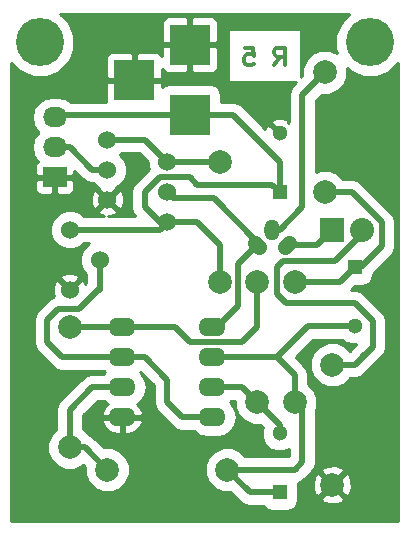
<source format=gbr>
G04 #@! TF.FileFunction,Copper,L2,Bot,Signal*
%FSLAX46Y46*%
G04 Gerber Fmt 4.6, Leading zero omitted, Abs format (unit mm)*
G04 Created by KiCad (PCBNEW (2015-09-10 BZR 6180)-product) date Tue 24 Nov 2015 01:24:48 PM EST*
%MOMM*%
G01*
G04 APERTURE LIST*
%ADD10C,0.100000*%
%ADD11C,0.300000*%
%ADD12R,1.300000X1.300000*%
%ADD13C,1.300000*%
%ADD14R,3.500120X3.500120*%
%ADD15R,2.032000X1.727200*%
%ADD16O,2.032000X1.727200*%
%ADD17R,2.032000X2.032000*%
%ADD18O,2.032000X2.032000*%
%ADD19O,1.300480X1.800860*%
%ADD20C,1.300480*%
%ADD21C,1.998980*%
%ADD22C,1.524000*%
%ADD23O,2.300000X1.600000*%
%ADD24C,4.064000*%
%ADD25C,0.508000*%
%ADD26C,0.254000*%
G04 APERTURE END LIST*
D10*
D11*
X24951428Y43771429D02*
X25451428Y44485714D01*
X25808571Y43771429D02*
X25808571Y45271429D01*
X25237143Y45271429D01*
X25094285Y45200000D01*
X25022857Y45128571D01*
X24951428Y44985714D01*
X24951428Y44771429D01*
X25022857Y44628571D01*
X25094285Y44557143D01*
X25237143Y44485714D01*
X25808571Y44485714D01*
X22451428Y45271429D02*
X23165714Y45271429D01*
X23237143Y44557143D01*
X23165714Y44628571D01*
X23022857Y44700000D01*
X22665714Y44700000D01*
X22522857Y44628571D01*
X22451428Y44557143D01*
X22380000Y44414286D01*
X22380000Y44057143D01*
X22451428Y43914286D01*
X22522857Y43842857D01*
X22665714Y43771429D01*
X23022857Y43771429D01*
X23165714Y43842857D01*
X23237143Y43914286D01*
D12*
X25400000Y33020000D03*
D13*
X25400000Y38020000D03*
D14*
X17780000Y39519860D03*
X17780000Y45519340D03*
X13081000Y42519600D03*
D15*
X6350000Y34290000D03*
D16*
X6350000Y36830000D03*
X6350000Y39370000D03*
D17*
X29845000Y29845000D03*
D18*
X32385000Y29845000D03*
D19*
X24765000Y29845000D03*
D20*
X23318089Y28751911D02*
X23671911Y28398089D01*
X25858089Y28398089D02*
X26211911Y28751911D01*
D21*
X20320000Y25400000D03*
X20320000Y35560000D03*
X7620000Y21590000D03*
X7620000Y11430000D03*
X23495000Y15240000D03*
X23495000Y25400000D03*
X20955000Y9525000D03*
X10795000Y9525000D03*
X26670000Y25400000D03*
X26670000Y15240000D03*
X29845000Y18415000D03*
X29845000Y8255000D03*
D22*
X10160000Y27305000D03*
X7620000Y29845000D03*
X7620000Y24765000D03*
D23*
X12065000Y21590000D03*
X12065000Y19050000D03*
X12065000Y16510000D03*
X12065000Y13970000D03*
X19685000Y13970000D03*
X19685000Y16510000D03*
X19685000Y19050000D03*
X19685000Y21590000D03*
D22*
X15875000Y33020000D03*
X15875000Y30480000D03*
X15875000Y35560000D03*
D21*
X29210000Y43180000D03*
X29210000Y33020000D03*
D12*
X25400000Y7620000D03*
D13*
X25400000Y12620000D03*
D12*
X31750000Y26670000D03*
D13*
X31750000Y21670000D03*
D24*
X5080000Y45720000D03*
X33020000Y45720000D03*
D22*
X10795000Y34925000D03*
X10795000Y32385000D03*
X10795000Y37465000D03*
D25*
X7620000Y29845000D02*
X15240000Y29845000D01*
X15240000Y29845000D02*
X15875000Y30480000D01*
X20320000Y25400000D02*
X20320000Y28575000D01*
X18415000Y30480000D02*
X15875000Y30480000D01*
X20320000Y28575000D02*
X18415000Y30480000D01*
X15875000Y30480000D02*
X15240000Y30480000D01*
X15240000Y30480000D02*
X13970000Y31750000D01*
X13970000Y31750000D02*
X13970000Y33020000D01*
X13970000Y33020000D02*
X15240000Y34290000D01*
X15240000Y34290000D02*
X17780000Y34290000D01*
X17780000Y34290000D02*
X18415000Y33655000D01*
X18415000Y33655000D02*
X20955000Y33655000D01*
X20955000Y33655000D02*
X22225000Y33655000D01*
X22225000Y33655000D02*
X24765000Y33655000D01*
X24765000Y33655000D02*
X25400000Y33020000D01*
X17780000Y39519860D02*
X6499860Y39519860D01*
X6499860Y39519860D02*
X6350000Y39370000D01*
X25400000Y33020000D02*
X25400000Y35560000D01*
X21440140Y39519860D02*
X17780000Y39519860D01*
X25400000Y35560000D02*
X21440140Y39519860D01*
X25400000Y12620000D02*
X25400000Y13335000D01*
X25400000Y13335000D02*
X23495000Y15240000D01*
X23495000Y15240000D02*
X23495000Y14605000D01*
X19685000Y16510000D02*
X22225000Y16510000D01*
X22225000Y16510000D02*
X23495000Y15240000D01*
X31750000Y21670000D02*
X27766000Y21670000D01*
X27766000Y21670000D02*
X25146000Y19050000D01*
X25400000Y7620000D02*
X22860000Y7620000D01*
X22860000Y7620000D02*
X20955000Y9525000D01*
X26035000Y9525000D02*
X26670000Y9525000D01*
X26670000Y9525000D02*
X27305000Y10160000D01*
X20955000Y9525000D02*
X26035000Y9525000D01*
X26670000Y15240000D02*
X26670000Y17526000D01*
X26670000Y17526000D02*
X25146000Y19050000D01*
X25146000Y19050000D02*
X19685000Y19050000D01*
X27305000Y10160000D02*
X27305000Y14605000D01*
X27305000Y14605000D02*
X26670000Y15240000D01*
X26670000Y15240000D02*
X26670000Y15875000D01*
X10795000Y34925000D02*
X9525000Y34925000D01*
X7620000Y36830000D02*
X6350000Y36830000D01*
X9525000Y34925000D02*
X7620000Y36830000D01*
X26035000Y28575000D02*
X28575000Y28575000D01*
X28575000Y28575000D02*
X29845000Y29845000D01*
D26*
X28575000Y28575000D02*
X29845000Y29845000D01*
D25*
X32385000Y29845000D02*
X32385000Y29464000D01*
X32385000Y29464000D02*
X30099000Y27178000D01*
X30099000Y27178000D02*
X29718000Y27178000D01*
X32385000Y29845000D02*
X32385000Y29337000D01*
X29845000Y18415000D02*
X31750000Y18415000D01*
X33020000Y19685000D02*
X32385000Y19050000D01*
X29718000Y27178000D02*
X25654000Y27178000D01*
X25654000Y27178000D02*
X25146000Y26670000D01*
X25146000Y26670000D02*
X25146000Y24384000D01*
X25146000Y24384000D02*
X25908000Y23622000D01*
X25908000Y23622000D02*
X28702000Y23622000D01*
X33274000Y22098000D02*
X33274000Y19939000D01*
X33274000Y19939000D02*
X32385000Y19050000D01*
X31750000Y23622000D02*
X33274000Y22098000D01*
X28702000Y23622000D02*
X31750000Y23622000D01*
X31750000Y18415000D02*
X33020000Y19685000D01*
X32385000Y29845000D02*
X32385000Y29083000D01*
X15875000Y35560000D02*
X13970000Y37465000D01*
X13970000Y37465000D02*
X10795000Y37465000D01*
X20320000Y35560000D02*
X15875000Y35560000D01*
X23495000Y28575000D02*
X23495000Y28829000D01*
X23495000Y28829000D02*
X19812000Y32512000D01*
X19812000Y32512000D02*
X16383000Y32512000D01*
X16383000Y32512000D02*
X15875000Y33020000D01*
X19685000Y21590000D02*
X20066000Y21590000D01*
X20066000Y21590000D02*
X21844000Y23368000D01*
X21844000Y23368000D02*
X21844000Y26924000D01*
X21844000Y26924000D02*
X23495000Y28575000D01*
X12065000Y21590000D02*
X16510000Y21590000D01*
X23495000Y21590000D02*
X23495000Y25400000D01*
X22225000Y20320000D02*
X23495000Y21590000D01*
X17780000Y20320000D02*
X22225000Y20320000D01*
X16510000Y21590000D02*
X17780000Y20320000D01*
X7620000Y21590000D02*
X12065000Y21590000D01*
X10795000Y9525000D02*
X8890000Y11430000D01*
X8890000Y11430000D02*
X7620000Y11430000D01*
X7620000Y11430000D02*
X8890000Y11430000D01*
X7620000Y11430000D02*
X7620000Y14605000D01*
X9525000Y16510000D02*
X12065000Y16510000D01*
X7620000Y14605000D02*
X9525000Y16510000D01*
X6350000Y22860000D02*
X6604000Y23114000D01*
X10160000Y24892000D02*
X10160000Y24765000D01*
X8382000Y23114000D02*
X10160000Y24892000D01*
X6604000Y23114000D02*
X8382000Y23114000D01*
X10160000Y27305000D02*
X10160000Y24765000D01*
X6985000Y19050000D02*
X12065000Y19050000D01*
X5715000Y20320000D02*
X6985000Y19050000D01*
X5715000Y22225000D02*
X5715000Y20320000D01*
X6350000Y22860000D02*
X5715000Y22225000D01*
X12065000Y19050000D02*
X13970000Y19050000D01*
X17145000Y13970000D02*
X19685000Y13970000D01*
X15875000Y15240000D02*
X17145000Y13970000D01*
X15875000Y17145000D02*
X15875000Y15240000D01*
X13970000Y19050000D02*
X15875000Y17145000D01*
X24765000Y29845000D02*
X25400000Y29845000D01*
X25400000Y29845000D02*
X27305000Y31750000D01*
X27305000Y31750000D02*
X27305000Y41275000D01*
X27305000Y41275000D02*
X29210000Y43180000D01*
X31750000Y26670000D02*
X32258000Y26670000D01*
X32258000Y26670000D02*
X34036000Y28448000D01*
X31496000Y33020000D02*
X29210000Y33020000D01*
X34036000Y30480000D02*
X31496000Y33020000D01*
X34036000Y28448000D02*
X34036000Y30480000D01*
X26670000Y25400000D02*
X30480000Y25400000D01*
X30480000Y25400000D02*
X31750000Y26670000D01*
X26670000Y25400000D02*
X26670000Y26035000D01*
D26*
G36*
X30545140Y47376774D02*
X30099508Y46303572D01*
X30098494Y45141526D01*
X30240958Y44796736D01*
X29587292Y45068162D01*
X28836004Y45068817D01*
X28141654Y44781918D01*
X27609949Y44251141D01*
X27321838Y43557292D01*
X27321272Y42907718D01*
X27204714Y42791160D01*
X27204714Y46839000D01*
X21055286Y46839000D01*
X21055286Y42361000D01*
X26774554Y42361000D01*
X26496777Y42083223D01*
X26249006Y41712407D01*
X26162000Y41275000D01*
X26162000Y38961608D01*
X26119410Y38919018D01*
X26063729Y39149611D01*
X25580922Y39317622D01*
X25070572Y39288083D01*
X24736271Y39149611D01*
X24680590Y38919016D01*
X25400000Y38199605D01*
X25414142Y38213748D01*
X25593748Y38034142D01*
X25579605Y38020000D01*
X25593748Y38005858D01*
X25414142Y37826252D01*
X25400000Y37840395D01*
X25385858Y37826252D01*
X25206252Y38005858D01*
X25220395Y38020000D01*
X24500984Y38739410D01*
X24270389Y38683729D01*
X24172892Y38403554D01*
X22248363Y40328083D01*
X21877547Y40575854D01*
X21440140Y40662860D01*
X20436476Y40662860D01*
X20436476Y41269920D01*
X20374487Y41599364D01*
X20179786Y41901937D01*
X19882707Y42104923D01*
X19530060Y42176336D01*
X16029940Y42176336D01*
X15700496Y42114347D01*
X15466060Y41963491D01*
X15466060Y42233850D01*
X15307310Y42392600D01*
X13208000Y42392600D01*
X13208000Y42372600D01*
X12954000Y42372600D01*
X12954000Y42392600D01*
X10854690Y42392600D01*
X10695940Y42233850D01*
X10695940Y40662860D01*
X7698800Y40662860D01*
X7210412Y40989191D01*
X6539721Y41122600D01*
X6160279Y41122600D01*
X5489588Y40989191D01*
X4921004Y40609275D01*
X4541088Y40040691D01*
X4407679Y39370000D01*
X4541088Y38699309D01*
X4921004Y38130725D01*
X4966987Y38100000D01*
X4921004Y38069275D01*
X4541088Y37500691D01*
X4407679Y36830000D01*
X4541088Y36159309D01*
X4901816Y35619442D01*
X4795673Y35513299D01*
X4699000Y35279910D01*
X4699000Y34575750D01*
X4857750Y34417000D01*
X6223000Y34417000D01*
X6223000Y34437000D01*
X6477000Y34437000D01*
X6477000Y34417000D01*
X7842250Y34417000D01*
X8001000Y34575750D01*
X8001000Y34832554D01*
X8716777Y34116777D01*
X9087593Y33869006D01*
X9525000Y33782000D01*
X9603175Y33782000D01*
X9858563Y33526166D01*
X10021189Y33458638D01*
X9994392Y33365213D01*
X10795000Y32564605D01*
X11595608Y33365213D01*
X11568886Y33458378D01*
X11728995Y33524534D01*
X12193834Y33988563D01*
X12445713Y34595155D01*
X12446286Y35251963D01*
X12195466Y35858995D01*
X11859868Y36195179D01*
X11986910Y36322000D01*
X13496554Y36322000D01*
X14224029Y35594525D01*
X14223714Y35233037D01*
X14323965Y34990411D01*
X13161777Y33828223D01*
X12914006Y33457407D01*
X12827000Y33020000D01*
X12827000Y31750000D01*
X12914006Y31312593D01*
X13130892Y30988000D01*
X10829931Y30988000D01*
X11142368Y31003638D01*
X11526143Y31162603D01*
X11595608Y31404787D01*
X10795000Y32205395D01*
X9994392Y31404787D01*
X10063857Y31162603D01*
X10553263Y30988000D01*
X8811825Y30988000D01*
X8556437Y31243834D01*
X7949845Y31495713D01*
X7293037Y31496286D01*
X6686005Y31245466D01*
X6221166Y30781437D01*
X5969287Y30174845D01*
X5968714Y29518037D01*
X6219534Y28911005D01*
X6683563Y28446166D01*
X7290155Y28194287D01*
X7946963Y28193714D01*
X8553995Y28444534D01*
X8811910Y28702000D01*
X9222533Y28702000D01*
X8761166Y28241437D01*
X8509287Y27634845D01*
X8508714Y26978037D01*
X8759534Y26371005D01*
X9017000Y26113090D01*
X9017000Y25365446D01*
X8931817Y25280263D01*
X8842397Y25496143D01*
X8600213Y25565608D01*
X7799605Y24765000D01*
X7813748Y24750858D01*
X7634143Y24571253D01*
X7620000Y24585395D01*
X7605858Y24571253D01*
X7426253Y24750858D01*
X7440395Y24765000D01*
X6639787Y25565608D01*
X6397603Y25496143D01*
X6210856Y24972698D01*
X6238638Y24417632D01*
X6327921Y24202084D01*
X6166593Y24169994D01*
X5795777Y23922223D01*
X4906777Y23033223D01*
X4659006Y22662407D01*
X4572000Y22225000D01*
X4572000Y20320000D01*
X4659006Y19882593D01*
X4906777Y19511777D01*
X6176777Y18241777D01*
X6547593Y17994006D01*
X6985000Y17907000D01*
X10446471Y17907000D01*
X10480751Y17855697D01*
X10594039Y17780000D01*
X10480751Y17704303D01*
X10446471Y17653000D01*
X9525000Y17653000D01*
X9087593Y17565994D01*
X8716777Y17318223D01*
X6811777Y15413223D01*
X6564006Y15042407D01*
X6477000Y14605000D01*
X6477000Y12957394D01*
X6019949Y12501141D01*
X5731838Y11807292D01*
X5731183Y11056004D01*
X6018082Y10361654D01*
X6548859Y9829949D01*
X7242708Y9541838D01*
X7993996Y9541183D01*
X8688346Y9828082D01*
X8781991Y9921563D01*
X8906746Y9796808D01*
X8906183Y9151004D01*
X9193082Y8456654D01*
X9723859Y7924949D01*
X10417708Y7636838D01*
X11168996Y7636183D01*
X11863346Y7923082D01*
X12395051Y8453859D01*
X12683162Y9147708D01*
X12683817Y9898996D01*
X12396918Y10593346D01*
X11866141Y11125051D01*
X11172292Y11413162D01*
X10522718Y11413728D01*
X9698223Y12238223D01*
X9327407Y12485994D01*
X9211167Y12509116D01*
X8763000Y12958066D01*
X8763000Y13620961D01*
X10323096Y13620961D01*
X10340633Y13538181D01*
X10610500Y13045104D01*
X11048517Y12692834D01*
X11588000Y12535000D01*
X11938000Y12535000D01*
X11938000Y13843000D01*
X12192000Y13843000D01*
X12192000Y12535000D01*
X12542000Y12535000D01*
X13081483Y12692834D01*
X13519500Y13045104D01*
X13789367Y13538181D01*
X13806904Y13620961D01*
X13684915Y13843000D01*
X12192000Y13843000D01*
X11938000Y13843000D01*
X10445085Y13843000D01*
X10323096Y13620961D01*
X8763000Y13620961D01*
X8763000Y14131554D01*
X9998446Y15367000D01*
X10446471Y15367000D01*
X10480751Y15315697D01*
X10837409Y15077385D01*
X10610500Y14894896D01*
X10340633Y14401819D01*
X10323096Y14319039D01*
X10445085Y14097000D01*
X11938000Y14097000D01*
X11938000Y14117000D01*
X12192000Y14117000D01*
X12192000Y14097000D01*
X13684915Y14097000D01*
X13806904Y14319039D01*
X13789367Y14401819D01*
X13519500Y14894896D01*
X13292591Y15077385D01*
X13649249Y15315697D01*
X14015379Y15863648D01*
X14143946Y16510000D01*
X14015379Y17156352D01*
X13649249Y17704303D01*
X13535961Y17780000D01*
X13588469Y17815085D01*
X14732000Y16671554D01*
X14732000Y15240000D01*
X14819006Y14802593D01*
X15066777Y14431777D01*
X16336777Y13161777D01*
X16707593Y12914006D01*
X17145000Y12827000D01*
X18066471Y12827000D01*
X18100751Y12775697D01*
X18648702Y12409567D01*
X19295054Y12281000D01*
X20074946Y12281000D01*
X20721298Y12409567D01*
X21269249Y12775697D01*
X21635379Y13323648D01*
X21763946Y13970000D01*
X21635379Y14616352D01*
X21269249Y15164303D01*
X21155961Y15240000D01*
X21269249Y15315697D01*
X21303529Y15367000D01*
X21606620Y15367000D01*
X21606183Y14866004D01*
X21893082Y14171654D01*
X22423859Y13639949D01*
X23117708Y13351838D01*
X23767282Y13351272D01*
X23958038Y13160516D01*
X23861268Y12927469D01*
X23860733Y12315217D01*
X24094538Y11749365D01*
X24527088Y11316060D01*
X25092531Y11081268D01*
X25704783Y11080733D01*
X26162000Y11269651D01*
X26162000Y10668000D01*
X22482394Y10668000D01*
X22026141Y11125051D01*
X21332292Y11413162D01*
X20581004Y11413817D01*
X19886654Y11126918D01*
X19354949Y10596141D01*
X19066838Y9902292D01*
X19066183Y9151004D01*
X19353082Y8456654D01*
X19883859Y7924949D01*
X20577708Y7636838D01*
X21227282Y7636272D01*
X22051777Y6811777D01*
X22422593Y6564006D01*
X22860000Y6477000D01*
X24010819Y6477000D01*
X24100274Y6337983D01*
X24397353Y6134997D01*
X24750000Y6063584D01*
X26050000Y6063584D01*
X26379444Y6125573D01*
X26682017Y6320274D01*
X26885003Y6617353D01*
X26956416Y6970000D01*
X26956416Y7102837D01*
X28872443Y7102837D01*
X28971042Y6836035D01*
X29580582Y6609599D01*
X30230377Y6633659D01*
X30718958Y6836035D01*
X30817557Y7102837D01*
X29845000Y8075395D01*
X28872443Y7102837D01*
X26956416Y7102837D01*
X26956416Y8270000D01*
X26925769Y8432876D01*
X27107407Y8469006D01*
X27182853Y8519418D01*
X28199599Y8519418D01*
X28223659Y7869623D01*
X28426035Y7381042D01*
X28692837Y7282443D01*
X29665395Y8255000D01*
X30024605Y8255000D01*
X30997163Y7282443D01*
X31263965Y7381042D01*
X31490401Y7990582D01*
X31466341Y8640377D01*
X31263965Y9128958D01*
X30997163Y9227557D01*
X30024605Y8255000D01*
X29665395Y8255000D01*
X28692837Y9227557D01*
X28426035Y9128958D01*
X28199599Y8519418D01*
X27182853Y8519418D01*
X27478223Y8716777D01*
X28113223Y9351777D01*
X28150230Y9407163D01*
X28872443Y9407163D01*
X29845000Y8434605D01*
X30817557Y9407163D01*
X30718958Y9673965D01*
X30109418Y9900401D01*
X29459623Y9876341D01*
X28971042Y9673965D01*
X28872443Y9407163D01*
X28150230Y9407163D01*
X28360994Y9722593D01*
X28448000Y10160000D01*
X28448000Y14597408D01*
X28558162Y14862708D01*
X28558817Y15613996D01*
X28271918Y16308346D01*
X27813000Y16768066D01*
X27813000Y17526000D01*
X27725994Y17963407D01*
X27478223Y18334223D01*
X26762446Y19050000D01*
X28239446Y20527000D01*
X30716428Y20527000D01*
X30877088Y20366060D01*
X31442531Y20131268D01*
X31849466Y20130912D01*
X31324516Y19605962D01*
X30916141Y20015051D01*
X30222292Y20303162D01*
X29471004Y20303817D01*
X28776654Y20016918D01*
X28244949Y19486141D01*
X27956838Y18792292D01*
X27956183Y18041004D01*
X28243082Y17346654D01*
X28773859Y16814949D01*
X29467708Y16526838D01*
X30218996Y16526183D01*
X30913346Y16813082D01*
X31373066Y17272000D01*
X31750000Y17272000D01*
X32187407Y17359006D01*
X32558223Y17606777D01*
X34082223Y19130777D01*
X34329994Y19501593D01*
X34417000Y19939000D01*
X34417000Y22098000D01*
X34329994Y22535407D01*
X34082223Y22906223D01*
X32558223Y24430223D01*
X32187407Y24677994D01*
X31750000Y24765000D01*
X31461446Y24765000D01*
X31810030Y25113584D01*
X32400000Y25113584D01*
X32729444Y25175573D01*
X33032017Y25370274D01*
X33235003Y25667353D01*
X33306416Y26020000D01*
X33306416Y26101970D01*
X34844223Y27639777D01*
X35091994Y28010593D01*
X35179000Y28448000D01*
X35179000Y30480000D01*
X35091994Y30917407D01*
X34844223Y31288223D01*
X32304223Y33828223D01*
X31933407Y34075994D01*
X31496000Y34163000D01*
X30737394Y34163000D01*
X30281141Y34620051D01*
X29587292Y34908162D01*
X28836004Y34908817D01*
X28448000Y34748497D01*
X28448000Y40801554D01*
X28938192Y41291746D01*
X29583996Y41291183D01*
X30278346Y41578082D01*
X30810051Y42108859D01*
X31098162Y42802708D01*
X31098779Y43510050D01*
X31363226Y43245140D01*
X32436428Y42799508D01*
X33598474Y42798494D01*
X34672452Y43242253D01*
X35433000Y44001474D01*
X35433000Y5207000D01*
X2667000Y5207000D01*
X2667000Y25745213D01*
X6819392Y25745213D01*
X7620000Y24944605D01*
X8420608Y25745213D01*
X8351143Y25987397D01*
X7827698Y26174144D01*
X7272632Y26146362D01*
X6888857Y25987397D01*
X6819392Y25745213D01*
X2667000Y25745213D01*
X2667000Y32592698D01*
X9385856Y32592698D01*
X9413638Y32037632D01*
X9572603Y31653857D01*
X9814787Y31584392D01*
X10615395Y32385000D01*
X10974605Y32385000D01*
X11775213Y31584392D01*
X12017397Y31653857D01*
X12204144Y32177302D01*
X12176362Y32732368D01*
X12017397Y33116143D01*
X11775213Y33185608D01*
X10974605Y32385000D01*
X10615395Y32385000D01*
X9814787Y33185608D01*
X9572603Y33116143D01*
X9385856Y32592698D01*
X2667000Y32592698D01*
X2667000Y34004250D01*
X4699000Y34004250D01*
X4699000Y33300090D01*
X4795673Y33066701D01*
X4974302Y32888073D01*
X5207691Y32791400D01*
X6064250Y32791400D01*
X6223000Y32950150D01*
X6223000Y34163000D01*
X6477000Y34163000D01*
X6477000Y32950150D01*
X6635750Y32791400D01*
X7492309Y32791400D01*
X7725698Y32888073D01*
X7904327Y33066701D01*
X8001000Y33300090D01*
X8001000Y34004250D01*
X7842250Y34163000D01*
X6477000Y34163000D01*
X6223000Y34163000D01*
X4857750Y34163000D01*
X4699000Y34004250D01*
X2667000Y34004250D01*
X2667000Y44002688D01*
X3423226Y43245140D01*
X4496428Y42799508D01*
X5658474Y42798494D01*
X6732452Y43242253D01*
X7554860Y44063226D01*
X7693026Y44395969D01*
X10695940Y44395969D01*
X10695940Y42805350D01*
X10854690Y42646600D01*
X12954000Y42646600D01*
X12954000Y44745910D01*
X13208000Y44745910D01*
X13208000Y42646600D01*
X15307310Y42646600D01*
X15466060Y42805350D01*
X15466060Y43471272D01*
X15491613Y43409582D01*
X15670241Y43230953D01*
X15903630Y43134280D01*
X17494250Y43134280D01*
X17653000Y43293030D01*
X17653000Y45392340D01*
X17907000Y45392340D01*
X17907000Y43293030D01*
X18065750Y43134280D01*
X19656370Y43134280D01*
X19889759Y43230953D01*
X20068387Y43409582D01*
X20165060Y43642971D01*
X20165060Y45233590D01*
X20006310Y45392340D01*
X17907000Y45392340D01*
X17653000Y45392340D01*
X15553690Y45392340D01*
X15394940Y45233590D01*
X15394940Y44567668D01*
X15369387Y44629358D01*
X15190759Y44807987D01*
X14957370Y44904660D01*
X13366750Y44904660D01*
X13208000Y44745910D01*
X12954000Y44745910D01*
X12795250Y44904660D01*
X11204630Y44904660D01*
X10971241Y44807987D01*
X10792613Y44629358D01*
X10695940Y44395969D01*
X7693026Y44395969D01*
X8000492Y45136428D01*
X8001506Y46298474D01*
X7557747Y47372452D01*
X7534531Y47395709D01*
X15394940Y47395709D01*
X15394940Y45805090D01*
X15553690Y45646340D01*
X17653000Y45646340D01*
X17653000Y47745650D01*
X17907000Y47745650D01*
X17907000Y45646340D01*
X20006310Y45646340D01*
X20165060Y45805090D01*
X20165060Y47395709D01*
X20068387Y47629098D01*
X19889759Y47807727D01*
X19656370Y47904400D01*
X18065750Y47904400D01*
X17907000Y47745650D01*
X17653000Y47745650D01*
X17494250Y47904400D01*
X15903630Y47904400D01*
X15670241Y47807727D01*
X15491613Y47629098D01*
X15394940Y47395709D01*
X7534531Y47395709D01*
X6798526Y48133000D01*
X31302688Y48133000D01*
X30545140Y47376774D01*
X30545140Y47376774D01*
G37*
X30545140Y47376774D02*
X30099508Y46303572D01*
X30098494Y45141526D01*
X30240958Y44796736D01*
X29587292Y45068162D01*
X28836004Y45068817D01*
X28141654Y44781918D01*
X27609949Y44251141D01*
X27321838Y43557292D01*
X27321272Y42907718D01*
X27204714Y42791160D01*
X27204714Y46839000D01*
X21055286Y46839000D01*
X21055286Y42361000D01*
X26774554Y42361000D01*
X26496777Y42083223D01*
X26249006Y41712407D01*
X26162000Y41275000D01*
X26162000Y38961608D01*
X26119410Y38919018D01*
X26063729Y39149611D01*
X25580922Y39317622D01*
X25070572Y39288083D01*
X24736271Y39149611D01*
X24680590Y38919016D01*
X25400000Y38199605D01*
X25414142Y38213748D01*
X25593748Y38034142D01*
X25579605Y38020000D01*
X25593748Y38005858D01*
X25414142Y37826252D01*
X25400000Y37840395D01*
X25385858Y37826252D01*
X25206252Y38005858D01*
X25220395Y38020000D01*
X24500984Y38739410D01*
X24270389Y38683729D01*
X24172892Y38403554D01*
X22248363Y40328083D01*
X21877547Y40575854D01*
X21440140Y40662860D01*
X20436476Y40662860D01*
X20436476Y41269920D01*
X20374487Y41599364D01*
X20179786Y41901937D01*
X19882707Y42104923D01*
X19530060Y42176336D01*
X16029940Y42176336D01*
X15700496Y42114347D01*
X15466060Y41963491D01*
X15466060Y42233850D01*
X15307310Y42392600D01*
X13208000Y42392600D01*
X13208000Y42372600D01*
X12954000Y42372600D01*
X12954000Y42392600D01*
X10854690Y42392600D01*
X10695940Y42233850D01*
X10695940Y40662860D01*
X7698800Y40662860D01*
X7210412Y40989191D01*
X6539721Y41122600D01*
X6160279Y41122600D01*
X5489588Y40989191D01*
X4921004Y40609275D01*
X4541088Y40040691D01*
X4407679Y39370000D01*
X4541088Y38699309D01*
X4921004Y38130725D01*
X4966987Y38100000D01*
X4921004Y38069275D01*
X4541088Y37500691D01*
X4407679Y36830000D01*
X4541088Y36159309D01*
X4901816Y35619442D01*
X4795673Y35513299D01*
X4699000Y35279910D01*
X4699000Y34575750D01*
X4857750Y34417000D01*
X6223000Y34417000D01*
X6223000Y34437000D01*
X6477000Y34437000D01*
X6477000Y34417000D01*
X7842250Y34417000D01*
X8001000Y34575750D01*
X8001000Y34832554D01*
X8716777Y34116777D01*
X9087593Y33869006D01*
X9525000Y33782000D01*
X9603175Y33782000D01*
X9858563Y33526166D01*
X10021189Y33458638D01*
X9994392Y33365213D01*
X10795000Y32564605D01*
X11595608Y33365213D01*
X11568886Y33458378D01*
X11728995Y33524534D01*
X12193834Y33988563D01*
X12445713Y34595155D01*
X12446286Y35251963D01*
X12195466Y35858995D01*
X11859868Y36195179D01*
X11986910Y36322000D01*
X13496554Y36322000D01*
X14224029Y35594525D01*
X14223714Y35233037D01*
X14323965Y34990411D01*
X13161777Y33828223D01*
X12914006Y33457407D01*
X12827000Y33020000D01*
X12827000Y31750000D01*
X12914006Y31312593D01*
X13130892Y30988000D01*
X10829931Y30988000D01*
X11142368Y31003638D01*
X11526143Y31162603D01*
X11595608Y31404787D01*
X10795000Y32205395D01*
X9994392Y31404787D01*
X10063857Y31162603D01*
X10553263Y30988000D01*
X8811825Y30988000D01*
X8556437Y31243834D01*
X7949845Y31495713D01*
X7293037Y31496286D01*
X6686005Y31245466D01*
X6221166Y30781437D01*
X5969287Y30174845D01*
X5968714Y29518037D01*
X6219534Y28911005D01*
X6683563Y28446166D01*
X7290155Y28194287D01*
X7946963Y28193714D01*
X8553995Y28444534D01*
X8811910Y28702000D01*
X9222533Y28702000D01*
X8761166Y28241437D01*
X8509287Y27634845D01*
X8508714Y26978037D01*
X8759534Y26371005D01*
X9017000Y26113090D01*
X9017000Y25365446D01*
X8931817Y25280263D01*
X8842397Y25496143D01*
X8600213Y25565608D01*
X7799605Y24765000D01*
X7813748Y24750858D01*
X7634143Y24571253D01*
X7620000Y24585395D01*
X7605858Y24571253D01*
X7426253Y24750858D01*
X7440395Y24765000D01*
X6639787Y25565608D01*
X6397603Y25496143D01*
X6210856Y24972698D01*
X6238638Y24417632D01*
X6327921Y24202084D01*
X6166593Y24169994D01*
X5795777Y23922223D01*
X4906777Y23033223D01*
X4659006Y22662407D01*
X4572000Y22225000D01*
X4572000Y20320000D01*
X4659006Y19882593D01*
X4906777Y19511777D01*
X6176777Y18241777D01*
X6547593Y17994006D01*
X6985000Y17907000D01*
X10446471Y17907000D01*
X10480751Y17855697D01*
X10594039Y17780000D01*
X10480751Y17704303D01*
X10446471Y17653000D01*
X9525000Y17653000D01*
X9087593Y17565994D01*
X8716777Y17318223D01*
X6811777Y15413223D01*
X6564006Y15042407D01*
X6477000Y14605000D01*
X6477000Y12957394D01*
X6019949Y12501141D01*
X5731838Y11807292D01*
X5731183Y11056004D01*
X6018082Y10361654D01*
X6548859Y9829949D01*
X7242708Y9541838D01*
X7993996Y9541183D01*
X8688346Y9828082D01*
X8781991Y9921563D01*
X8906746Y9796808D01*
X8906183Y9151004D01*
X9193082Y8456654D01*
X9723859Y7924949D01*
X10417708Y7636838D01*
X11168996Y7636183D01*
X11863346Y7923082D01*
X12395051Y8453859D01*
X12683162Y9147708D01*
X12683817Y9898996D01*
X12396918Y10593346D01*
X11866141Y11125051D01*
X11172292Y11413162D01*
X10522718Y11413728D01*
X9698223Y12238223D01*
X9327407Y12485994D01*
X9211167Y12509116D01*
X8763000Y12958066D01*
X8763000Y13620961D01*
X10323096Y13620961D01*
X10340633Y13538181D01*
X10610500Y13045104D01*
X11048517Y12692834D01*
X11588000Y12535000D01*
X11938000Y12535000D01*
X11938000Y13843000D01*
X12192000Y13843000D01*
X12192000Y12535000D01*
X12542000Y12535000D01*
X13081483Y12692834D01*
X13519500Y13045104D01*
X13789367Y13538181D01*
X13806904Y13620961D01*
X13684915Y13843000D01*
X12192000Y13843000D01*
X11938000Y13843000D01*
X10445085Y13843000D01*
X10323096Y13620961D01*
X8763000Y13620961D01*
X8763000Y14131554D01*
X9998446Y15367000D01*
X10446471Y15367000D01*
X10480751Y15315697D01*
X10837409Y15077385D01*
X10610500Y14894896D01*
X10340633Y14401819D01*
X10323096Y14319039D01*
X10445085Y14097000D01*
X11938000Y14097000D01*
X11938000Y14117000D01*
X12192000Y14117000D01*
X12192000Y14097000D01*
X13684915Y14097000D01*
X13806904Y14319039D01*
X13789367Y14401819D01*
X13519500Y14894896D01*
X13292591Y15077385D01*
X13649249Y15315697D01*
X14015379Y15863648D01*
X14143946Y16510000D01*
X14015379Y17156352D01*
X13649249Y17704303D01*
X13535961Y17780000D01*
X13588469Y17815085D01*
X14732000Y16671554D01*
X14732000Y15240000D01*
X14819006Y14802593D01*
X15066777Y14431777D01*
X16336777Y13161777D01*
X16707593Y12914006D01*
X17145000Y12827000D01*
X18066471Y12827000D01*
X18100751Y12775697D01*
X18648702Y12409567D01*
X19295054Y12281000D01*
X20074946Y12281000D01*
X20721298Y12409567D01*
X21269249Y12775697D01*
X21635379Y13323648D01*
X21763946Y13970000D01*
X21635379Y14616352D01*
X21269249Y15164303D01*
X21155961Y15240000D01*
X21269249Y15315697D01*
X21303529Y15367000D01*
X21606620Y15367000D01*
X21606183Y14866004D01*
X21893082Y14171654D01*
X22423859Y13639949D01*
X23117708Y13351838D01*
X23767282Y13351272D01*
X23958038Y13160516D01*
X23861268Y12927469D01*
X23860733Y12315217D01*
X24094538Y11749365D01*
X24527088Y11316060D01*
X25092531Y11081268D01*
X25704783Y11080733D01*
X26162000Y11269651D01*
X26162000Y10668000D01*
X22482394Y10668000D01*
X22026141Y11125051D01*
X21332292Y11413162D01*
X20581004Y11413817D01*
X19886654Y11126918D01*
X19354949Y10596141D01*
X19066838Y9902292D01*
X19066183Y9151004D01*
X19353082Y8456654D01*
X19883859Y7924949D01*
X20577708Y7636838D01*
X21227282Y7636272D01*
X22051777Y6811777D01*
X22422593Y6564006D01*
X22860000Y6477000D01*
X24010819Y6477000D01*
X24100274Y6337983D01*
X24397353Y6134997D01*
X24750000Y6063584D01*
X26050000Y6063584D01*
X26379444Y6125573D01*
X26682017Y6320274D01*
X26885003Y6617353D01*
X26956416Y6970000D01*
X26956416Y7102837D01*
X28872443Y7102837D01*
X28971042Y6836035D01*
X29580582Y6609599D01*
X30230377Y6633659D01*
X30718958Y6836035D01*
X30817557Y7102837D01*
X29845000Y8075395D01*
X28872443Y7102837D01*
X26956416Y7102837D01*
X26956416Y8270000D01*
X26925769Y8432876D01*
X27107407Y8469006D01*
X27182853Y8519418D01*
X28199599Y8519418D01*
X28223659Y7869623D01*
X28426035Y7381042D01*
X28692837Y7282443D01*
X29665395Y8255000D01*
X30024605Y8255000D01*
X30997163Y7282443D01*
X31263965Y7381042D01*
X31490401Y7990582D01*
X31466341Y8640377D01*
X31263965Y9128958D01*
X30997163Y9227557D01*
X30024605Y8255000D01*
X29665395Y8255000D01*
X28692837Y9227557D01*
X28426035Y9128958D01*
X28199599Y8519418D01*
X27182853Y8519418D01*
X27478223Y8716777D01*
X28113223Y9351777D01*
X28150230Y9407163D01*
X28872443Y9407163D01*
X29845000Y8434605D01*
X30817557Y9407163D01*
X30718958Y9673965D01*
X30109418Y9900401D01*
X29459623Y9876341D01*
X28971042Y9673965D01*
X28872443Y9407163D01*
X28150230Y9407163D01*
X28360994Y9722593D01*
X28448000Y10160000D01*
X28448000Y14597408D01*
X28558162Y14862708D01*
X28558817Y15613996D01*
X28271918Y16308346D01*
X27813000Y16768066D01*
X27813000Y17526000D01*
X27725994Y17963407D01*
X27478223Y18334223D01*
X26762446Y19050000D01*
X28239446Y20527000D01*
X30716428Y20527000D01*
X30877088Y20366060D01*
X31442531Y20131268D01*
X31849466Y20130912D01*
X31324516Y19605962D01*
X30916141Y20015051D01*
X30222292Y20303162D01*
X29471004Y20303817D01*
X28776654Y20016918D01*
X28244949Y19486141D01*
X27956838Y18792292D01*
X27956183Y18041004D01*
X28243082Y17346654D01*
X28773859Y16814949D01*
X29467708Y16526838D01*
X30218996Y16526183D01*
X30913346Y16813082D01*
X31373066Y17272000D01*
X31750000Y17272000D01*
X32187407Y17359006D01*
X32558223Y17606777D01*
X34082223Y19130777D01*
X34329994Y19501593D01*
X34417000Y19939000D01*
X34417000Y22098000D01*
X34329994Y22535407D01*
X34082223Y22906223D01*
X32558223Y24430223D01*
X32187407Y24677994D01*
X31750000Y24765000D01*
X31461446Y24765000D01*
X31810030Y25113584D01*
X32400000Y25113584D01*
X32729444Y25175573D01*
X33032017Y25370274D01*
X33235003Y25667353D01*
X33306416Y26020000D01*
X33306416Y26101970D01*
X34844223Y27639777D01*
X35091994Y28010593D01*
X35179000Y28448000D01*
X35179000Y30480000D01*
X35091994Y30917407D01*
X34844223Y31288223D01*
X32304223Y33828223D01*
X31933407Y34075994D01*
X31496000Y34163000D01*
X30737394Y34163000D01*
X30281141Y34620051D01*
X29587292Y34908162D01*
X28836004Y34908817D01*
X28448000Y34748497D01*
X28448000Y40801554D01*
X28938192Y41291746D01*
X29583996Y41291183D01*
X30278346Y41578082D01*
X30810051Y42108859D01*
X31098162Y42802708D01*
X31098779Y43510050D01*
X31363226Y43245140D01*
X32436428Y42799508D01*
X33598474Y42798494D01*
X34672452Y43242253D01*
X35433000Y44001474D01*
X35433000Y5207000D01*
X2667000Y5207000D01*
X2667000Y25745213D01*
X6819392Y25745213D01*
X7620000Y24944605D01*
X8420608Y25745213D01*
X8351143Y25987397D01*
X7827698Y26174144D01*
X7272632Y26146362D01*
X6888857Y25987397D01*
X6819392Y25745213D01*
X2667000Y25745213D01*
X2667000Y32592698D01*
X9385856Y32592698D01*
X9413638Y32037632D01*
X9572603Y31653857D01*
X9814787Y31584392D01*
X10615395Y32385000D01*
X10974605Y32385000D01*
X11775213Y31584392D01*
X12017397Y31653857D01*
X12204144Y32177302D01*
X12176362Y32732368D01*
X12017397Y33116143D01*
X11775213Y33185608D01*
X10974605Y32385000D01*
X10615395Y32385000D01*
X9814787Y33185608D01*
X9572603Y33116143D01*
X9385856Y32592698D01*
X2667000Y32592698D01*
X2667000Y34004250D01*
X4699000Y34004250D01*
X4699000Y33300090D01*
X4795673Y33066701D01*
X4974302Y32888073D01*
X5207691Y32791400D01*
X6064250Y32791400D01*
X6223000Y32950150D01*
X6223000Y34163000D01*
X6477000Y34163000D01*
X6477000Y32950150D01*
X6635750Y32791400D01*
X7492309Y32791400D01*
X7725698Y32888073D01*
X7904327Y33066701D01*
X8001000Y33300090D01*
X8001000Y34004250D01*
X7842250Y34163000D01*
X6477000Y34163000D01*
X6223000Y34163000D01*
X4857750Y34163000D01*
X4699000Y34004250D01*
X2667000Y34004250D01*
X2667000Y44002688D01*
X3423226Y43245140D01*
X4496428Y42799508D01*
X5658474Y42798494D01*
X6732452Y43242253D01*
X7554860Y44063226D01*
X7693026Y44395969D01*
X10695940Y44395969D01*
X10695940Y42805350D01*
X10854690Y42646600D01*
X12954000Y42646600D01*
X12954000Y44745910D01*
X13208000Y44745910D01*
X13208000Y42646600D01*
X15307310Y42646600D01*
X15466060Y42805350D01*
X15466060Y43471272D01*
X15491613Y43409582D01*
X15670241Y43230953D01*
X15903630Y43134280D01*
X17494250Y43134280D01*
X17653000Y43293030D01*
X17653000Y45392340D01*
X17907000Y45392340D01*
X17907000Y43293030D01*
X18065750Y43134280D01*
X19656370Y43134280D01*
X19889759Y43230953D01*
X20068387Y43409582D01*
X20165060Y43642971D01*
X20165060Y45233590D01*
X20006310Y45392340D01*
X17907000Y45392340D01*
X17653000Y45392340D01*
X15553690Y45392340D01*
X15394940Y45233590D01*
X15394940Y44567668D01*
X15369387Y44629358D01*
X15190759Y44807987D01*
X14957370Y44904660D01*
X13366750Y44904660D01*
X13208000Y44745910D01*
X12954000Y44745910D01*
X12795250Y44904660D01*
X11204630Y44904660D01*
X10971241Y44807987D01*
X10792613Y44629358D01*
X10695940Y44395969D01*
X7693026Y44395969D01*
X8000492Y45136428D01*
X8001506Y46298474D01*
X7557747Y47372452D01*
X7534531Y47395709D01*
X15394940Y47395709D01*
X15394940Y45805090D01*
X15553690Y45646340D01*
X17653000Y45646340D01*
X17653000Y47745650D01*
X17907000Y47745650D01*
X17907000Y45646340D01*
X20006310Y45646340D01*
X20165060Y45805090D01*
X20165060Y47395709D01*
X20068387Y47629098D01*
X19889759Y47807727D01*
X19656370Y47904400D01*
X18065750Y47904400D01*
X17907000Y47745650D01*
X17653000Y47745650D01*
X17494250Y47904400D01*
X15903630Y47904400D01*
X15670241Y47807727D01*
X15491613Y47629098D01*
X15394940Y47395709D01*
X7534531Y47395709D01*
X6798526Y48133000D01*
X31302688Y48133000D01*
X30545140Y47376774D01*
M02*

</source>
